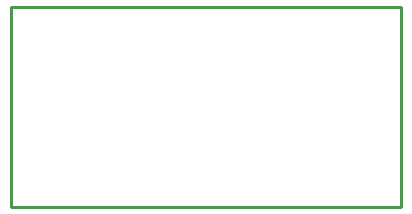
<source format=gko>
G04 Layer: BoardOutlineLayer*
G04 EasyEDA v6.5.1, 2022-03-27 00:49:21*
G04 a67cddfb3fce44daa9051d46cbbcc19f,10*
G04 Gerber Generator version 0.2*
G04 Scale: 100 percent, Rotated: No, Reflected: No *
G04 Dimensions in millimeters *
G04 leading zeros omitted , absolute positions ,4 integer and 5 decimal *
%FSLAX45Y45*%
%MOMM*%

%ADD10C,0.2540*%
D10*
X7Y1700004D02*
G01*
X1700009Y1700004D01*
X3300011Y1700004D01*
X3300011Y2D01*
X7Y2D01*
X7Y1700004D01*

%LPD*%
M02*

</source>
